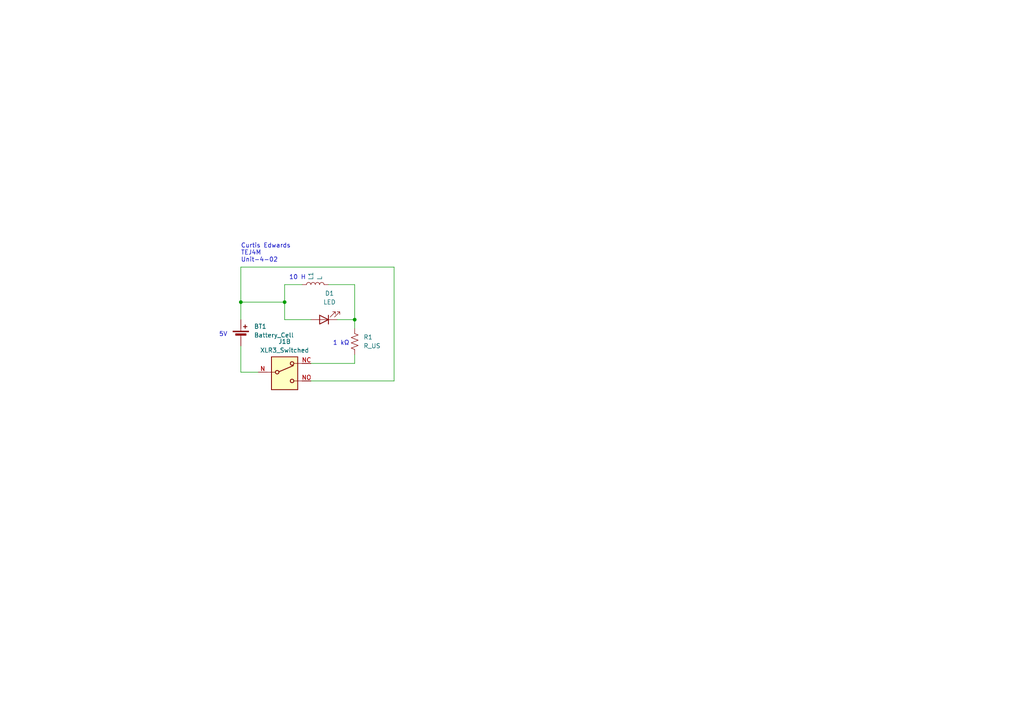
<source format=kicad_sch>
(kicad_sch (version 20230121) (generator eeschema)

  (uuid 18de756a-2ded-4819-8964-6ae8798d3850)

  (paper "A4")

  (lib_symbols
    (symbol "Connector_Audio:XLR3_Switched" (pin_names hide) (in_bom yes) (on_board yes)
      (property "Reference" "J" (at 0 8.89 0)
        (effects (font (size 1.27 1.27)))
      )
      (property "Value" "XLR3_Switched" (at 0 6.35 0)
        (effects (font (size 1.27 1.27)))
      )
      (property "Footprint" "" (at 0 2.54 0)
        (effects (font (size 1.27 1.27)) hide)
      )
      (property "Datasheet" " ~" (at 0 2.54 0)
        (effects (font (size 1.27 1.27)) hide)
      )
      (property "ki_keywords" "xlr connector" (at 0 0 0)
        (effects (font (size 1.27 1.27)) hide)
      )
      (property "ki_description" "XLR Connector, Male or Female, 3 Pins, SPDT Switch" (at 0 0 0)
        (effects (font (size 1.27 1.27)) hide)
      )
      (property "ki_fp_filters" "Jack*XLR*" (at 0 0 0)
        (effects (font (size 1.27 1.27)) hide)
      )
      (symbol "XLR3_Switched_1_1"
        (circle (center -3.556 0) (radius 1.016)
          (stroke (width 0) (type default))
          (fill (type none))
        )
        (circle (center 0 -3.556) (radius 1.016)
          (stroke (width 0) (type default))
          (fill (type none))
        )
        (polyline
          (pts
            (xy -5.08 0)
            (xy -4.572 0)
          )
          (stroke (width 0) (type default))
          (fill (type none))
        )
        (polyline
          (pts
            (xy 0 -5.08)
            (xy 0 -4.572)
          )
          (stroke (width 0) (type default))
          (fill (type none))
        )
        (polyline
          (pts
            (xy 5.08 0)
            (xy 4.572 0)
          )
          (stroke (width 0) (type default))
          (fill (type none))
        )
        (circle (center 0 0) (radius 5.08)
          (stroke (width 0) (type default))
          (fill (type background))
        )
        (circle (center 3.556 0) (radius 1.016)
          (stroke (width 0) (type default))
          (fill (type none))
        )
        (text "1" (at -3.556 1.778 0)
          (effects (font (size 1.016 1.016) bold))
        )
        (text "2" (at 3.556 1.778 0)
          (effects (font (size 1.016 1.016) bold))
        )
        (text "3" (at 0 -1.778 0)
          (effects (font (size 1.016 1.016) bold))
        )
        (pin passive line (at -7.62 0 0) (length 2.54)
          (name "~" (effects (font (size 1.27 1.27))))
          (number "1" (effects (font (size 1.27 1.27))))
        )
        (pin passive line (at 7.62 0 180) (length 2.54)
          (name "~" (effects (font (size 1.27 1.27))))
          (number "2" (effects (font (size 1.27 1.27))))
        )
        (pin passive line (at 0 -7.62 90) (length 2.54)
          (name "~" (effects (font (size 1.27 1.27))))
          (number "3" (effects (font (size 1.27 1.27))))
        )
      )
      (symbol "XLR3_Switched_2_1"
        (rectangle (start -3.81 4.445) (end 3.81 -5.08)
          (stroke (width 0.254) (type default))
          (fill (type background))
        )
        (circle (center -2.159 0) (radius 0.508)
          (stroke (width 0.254) (type default))
          (fill (type none))
        )
        (polyline
          (pts
            (xy -5.08 0)
            (xy -2.794 0)
          )
          (stroke (width 0) (type default))
          (fill (type none))
        )
        (polyline
          (pts
            (xy -1.651 0.127)
            (xy 2.54 1.905)
          )
          (stroke (width 0.254) (type default))
          (fill (type none))
        )
        (polyline
          (pts
            (xy 5.08 -2.54)
            (xy 2.794 -2.54)
          )
          (stroke (width 0) (type default))
          (fill (type none))
        )
        (polyline
          (pts
            (xy 5.08 2.54)
            (xy 2.794 2.54)
          )
          (stroke (width 0) (type default))
          (fill (type none))
        )
        (circle (center 2.159 -2.54) (radius 0.508)
          (stroke (width 0.254) (type default))
          (fill (type none))
        )
        (circle (center 2.159 2.54) (radius 0.508)
          (stroke (width 0.254) (type default))
          (fill (type none))
        )
        (pin passive line (at -7.62 0 0) (length 2.54)
          (name "~" (effects (font (size 1.27 1.27))))
          (number "N" (effects (font (size 1.27 1.27))))
        )
        (pin passive line (at 7.62 2.54 180) (length 2.54)
          (name "~" (effects (font (size 1.27 1.27))))
          (number "NC" (effects (font (size 1.27 1.27))))
        )
        (pin passive line (at 7.62 -2.54 180) (length 2.54)
          (name "~" (effects (font (size 1.27 1.27))))
          (number "NO" (effects (font (size 1.27 1.27))))
        )
      )
    )
    (symbol "Device:Battery_Cell" (pin_numbers hide) (pin_names (offset 0) hide) (in_bom yes) (on_board yes)
      (property "Reference" "BT" (at 2.54 2.54 0)
        (effects (font (size 1.27 1.27)) (justify left))
      )
      (property "Value" "Battery_Cell" (at 2.54 0 0)
        (effects (font (size 1.27 1.27)) (justify left))
      )
      (property "Footprint" "" (at 0 1.524 90)
        (effects (font (size 1.27 1.27)) hide)
      )
      (property "Datasheet" "~" (at 0 1.524 90)
        (effects (font (size 1.27 1.27)) hide)
      )
      (property "ki_keywords" "battery cell" (at 0 0 0)
        (effects (font (size 1.27 1.27)) hide)
      )
      (property "ki_description" "Single-cell battery" (at 0 0 0)
        (effects (font (size 1.27 1.27)) hide)
      )
      (symbol "Battery_Cell_0_1"
        (rectangle (start -2.286 1.778) (end 2.286 1.524)
          (stroke (width 0) (type default))
          (fill (type outline))
        )
        (rectangle (start -1.524 1.016) (end 1.524 0.508)
          (stroke (width 0) (type default))
          (fill (type outline))
        )
        (polyline
          (pts
            (xy 0 0.762)
            (xy 0 0)
          )
          (stroke (width 0) (type default))
          (fill (type none))
        )
        (polyline
          (pts
            (xy 0 1.778)
            (xy 0 2.54)
          )
          (stroke (width 0) (type default))
          (fill (type none))
        )
        (polyline
          (pts
            (xy 0.762 3.048)
            (xy 1.778 3.048)
          )
          (stroke (width 0.254) (type default))
          (fill (type none))
        )
        (polyline
          (pts
            (xy 1.27 3.556)
            (xy 1.27 2.54)
          )
          (stroke (width 0.254) (type default))
          (fill (type none))
        )
      )
      (symbol "Battery_Cell_1_1"
        (pin passive line (at 0 5.08 270) (length 2.54)
          (name "+" (effects (font (size 1.27 1.27))))
          (number "1" (effects (font (size 1.27 1.27))))
        )
        (pin passive line (at 0 -2.54 90) (length 2.54)
          (name "-" (effects (font (size 1.27 1.27))))
          (number "2" (effects (font (size 1.27 1.27))))
        )
      )
    )
    (symbol "Device:L" (pin_numbers hide) (pin_names (offset 1.016) hide) (in_bom yes) (on_board yes)
      (property "Reference" "L" (at -1.27 0 90)
        (effects (font (size 1.27 1.27)))
      )
      (property "Value" "L" (at 1.905 0 90)
        (effects (font (size 1.27 1.27)))
      )
      (property "Footprint" "" (at 0 0 0)
        (effects (font (size 1.27 1.27)) hide)
      )
      (property "Datasheet" "~" (at 0 0 0)
        (effects (font (size 1.27 1.27)) hide)
      )
      (property "ki_keywords" "inductor choke coil reactor magnetic" (at 0 0 0)
        (effects (font (size 1.27 1.27)) hide)
      )
      (property "ki_description" "Inductor" (at 0 0 0)
        (effects (font (size 1.27 1.27)) hide)
      )
      (property "ki_fp_filters" "Choke_* *Coil* Inductor_* L_*" (at 0 0 0)
        (effects (font (size 1.27 1.27)) hide)
      )
      (symbol "L_0_1"
        (arc (start 0 -2.54) (mid 0.6323 -1.905) (end 0 -1.27)
          (stroke (width 0) (type default))
          (fill (type none))
        )
        (arc (start 0 -1.27) (mid 0.6323 -0.635) (end 0 0)
          (stroke (width 0) (type default))
          (fill (type none))
        )
        (arc (start 0 0) (mid 0.6323 0.635) (end 0 1.27)
          (stroke (width 0) (type default))
          (fill (type none))
        )
        (arc (start 0 1.27) (mid 0.6323 1.905) (end 0 2.54)
          (stroke (width 0) (type default))
          (fill (type none))
        )
      )
      (symbol "L_1_1"
        (pin passive line (at 0 3.81 270) (length 1.27)
          (name "1" (effects (font (size 1.27 1.27))))
          (number "1" (effects (font (size 1.27 1.27))))
        )
        (pin passive line (at 0 -3.81 90) (length 1.27)
          (name "2" (effects (font (size 1.27 1.27))))
          (number "2" (effects (font (size 1.27 1.27))))
        )
      )
    )
    (symbol "Device:LED" (pin_numbers hide) (pin_names (offset 1.016) hide) (in_bom yes) (on_board yes)
      (property "Reference" "D" (at 0 2.54 0)
        (effects (font (size 1.27 1.27)))
      )
      (property "Value" "LED" (at 0 -2.54 0)
        (effects (font (size 1.27 1.27)))
      )
      (property "Footprint" "" (at 0 0 0)
        (effects (font (size 1.27 1.27)) hide)
      )
      (property "Datasheet" "~" (at 0 0 0)
        (effects (font (size 1.27 1.27)) hide)
      )
      (property "ki_keywords" "LED diode" (at 0 0 0)
        (effects (font (size 1.27 1.27)) hide)
      )
      (property "ki_description" "Light emitting diode" (at 0 0 0)
        (effects (font (size 1.27 1.27)) hide)
      )
      (property "ki_fp_filters" "LED* LED_SMD:* LED_THT:*" (at 0 0 0)
        (effects (font (size 1.27 1.27)) hide)
      )
      (symbol "LED_0_1"
        (polyline
          (pts
            (xy -1.27 -1.27)
            (xy -1.27 1.27)
          )
          (stroke (width 0.254) (type default))
          (fill (type none))
        )
        (polyline
          (pts
            (xy -1.27 0)
            (xy 1.27 0)
          )
          (stroke (width 0) (type default))
          (fill (type none))
        )
        (polyline
          (pts
            (xy 1.27 -1.27)
            (xy 1.27 1.27)
            (xy -1.27 0)
            (xy 1.27 -1.27)
          )
          (stroke (width 0.254) (type default))
          (fill (type none))
        )
        (polyline
          (pts
            (xy -3.048 -0.762)
            (xy -4.572 -2.286)
            (xy -3.81 -2.286)
            (xy -4.572 -2.286)
            (xy -4.572 -1.524)
          )
          (stroke (width 0) (type default))
          (fill (type none))
        )
        (polyline
          (pts
            (xy -1.778 -0.762)
            (xy -3.302 -2.286)
            (xy -2.54 -2.286)
            (xy -3.302 -2.286)
            (xy -3.302 -1.524)
          )
          (stroke (width 0) (type default))
          (fill (type none))
        )
      )
      (symbol "LED_1_1"
        (pin passive line (at -3.81 0 0) (length 2.54)
          (name "K" (effects (font (size 1.27 1.27))))
          (number "1" (effects (font (size 1.27 1.27))))
        )
        (pin passive line (at 3.81 0 180) (length 2.54)
          (name "A" (effects (font (size 1.27 1.27))))
          (number "2" (effects (font (size 1.27 1.27))))
        )
      )
    )
    (symbol "Device:R_US" (pin_numbers hide) (pin_names (offset 0)) (in_bom yes) (on_board yes)
      (property "Reference" "R" (at 2.54 0 90)
        (effects (font (size 1.27 1.27)))
      )
      (property "Value" "R_US" (at -2.54 0 90)
        (effects (font (size 1.27 1.27)))
      )
      (property "Footprint" "" (at 1.016 -0.254 90)
        (effects (font (size 1.27 1.27)) hide)
      )
      (property "Datasheet" "~" (at 0 0 0)
        (effects (font (size 1.27 1.27)) hide)
      )
      (property "ki_keywords" "R res resistor" (at 0 0 0)
        (effects (font (size 1.27 1.27)) hide)
      )
      (property "ki_description" "Resistor, US symbol" (at 0 0 0)
        (effects (font (size 1.27 1.27)) hide)
      )
      (property "ki_fp_filters" "R_*" (at 0 0 0)
        (effects (font (size 1.27 1.27)) hide)
      )
      (symbol "R_US_0_1"
        (polyline
          (pts
            (xy 0 -2.286)
            (xy 0 -2.54)
          )
          (stroke (width 0) (type default))
          (fill (type none))
        )
        (polyline
          (pts
            (xy 0 2.286)
            (xy 0 2.54)
          )
          (stroke (width 0) (type default))
          (fill (type none))
        )
        (polyline
          (pts
            (xy 0 -0.762)
            (xy 1.016 -1.143)
            (xy 0 -1.524)
            (xy -1.016 -1.905)
            (xy 0 -2.286)
          )
          (stroke (width 0) (type default))
          (fill (type none))
        )
        (polyline
          (pts
            (xy 0 0.762)
            (xy 1.016 0.381)
            (xy 0 0)
            (xy -1.016 -0.381)
            (xy 0 -0.762)
          )
          (stroke (width 0) (type default))
          (fill (type none))
        )
        (polyline
          (pts
            (xy 0 2.286)
            (xy 1.016 1.905)
            (xy 0 1.524)
            (xy -1.016 1.143)
            (xy 0 0.762)
          )
          (stroke (width 0) (type default))
          (fill (type none))
        )
      )
      (symbol "R_US_1_1"
        (pin passive line (at 0 3.81 270) (length 1.27)
          (name "~" (effects (font (size 1.27 1.27))))
          (number "1" (effects (font (size 1.27 1.27))))
        )
        (pin passive line (at 0 -3.81 90) (length 1.27)
          (name "~" (effects (font (size 1.27 1.27))))
          (number "2" (effects (font (size 1.27 1.27))))
        )
      )
    )
  )

  (junction (at 102.87 92.71) (diameter 0) (color 0 0 0 0)
    (uuid 37cef673-971a-49f1-9ed8-48f4df7f4068)
  )
  (junction (at 82.55 87.63) (diameter 0) (color 0 0 0 0)
    (uuid a9e63a47-a308-4e8d-8ff2-7bc28dd06493)
  )
  (junction (at 69.85 87.63) (diameter 0) (color 0 0 0 0)
    (uuid c9e672b5-393d-49a6-80f8-1ca772a7c3e0)
  )

  (wire (pts (xy 69.85 87.63) (xy 69.85 92.71))
    (stroke (width 0) (type default))
    (uuid 005c9319-5f8c-4992-a0e0-ba4891725d2d)
  )
  (wire (pts (xy 95.25 82.55) (xy 102.87 82.55))
    (stroke (width 0) (type default))
    (uuid 0cae4642-5eaa-4800-905b-f5fbf4329a15)
  )
  (wire (pts (xy 82.55 82.55) (xy 82.55 87.63))
    (stroke (width 0) (type default))
    (uuid 17588f3e-dd03-4023-9de7-1fbfb295a620)
  )
  (wire (pts (xy 102.87 82.55) (xy 102.87 92.71))
    (stroke (width 0) (type default))
    (uuid 3d1bfc47-6658-48c5-a1b5-d25074752fc8)
  )
  (wire (pts (xy 82.55 92.71) (xy 82.55 87.63))
    (stroke (width 0) (type default))
    (uuid 5cf7b7a9-1e3c-43a2-98e9-8d0f155cc3dc)
  )
  (wire (pts (xy 69.85 100.33) (xy 69.85 107.95))
    (stroke (width 0) (type default))
    (uuid 7a944b90-8714-461b-97b3-5f10430bc1d8)
  )
  (wire (pts (xy 69.85 87.63) (xy 82.55 87.63))
    (stroke (width 0) (type default))
    (uuid 8d61d44f-d687-4146-98eb-32ab8e6284f5)
  )
  (wire (pts (xy 90.17 110.49) (xy 114.3 110.49))
    (stroke (width 0) (type default))
    (uuid aa0d1e0d-6c27-4095-b49d-1737a4213993)
  )
  (wire (pts (xy 69.85 107.95) (xy 74.93 107.95))
    (stroke (width 0) (type default))
    (uuid b03a93d3-3b2a-43df-81ca-960587609aff)
  )
  (wire (pts (xy 114.3 110.49) (xy 114.3 77.47))
    (stroke (width 0) (type default))
    (uuid b30558ac-96f7-4497-bbb0-befebfbd67e3)
  )
  (wire (pts (xy 97.79 92.71) (xy 102.87 92.71))
    (stroke (width 0) (type default))
    (uuid b4c445c8-76a3-4b90-9dc4-543f83b69e8e)
  )
  (wire (pts (xy 90.17 105.41) (xy 102.87 105.41))
    (stroke (width 0) (type default))
    (uuid d0b3faaf-9a97-4ffe-a368-0e860b7d19d6)
  )
  (wire (pts (xy 114.3 77.47) (xy 69.85 77.47))
    (stroke (width 0) (type default))
    (uuid d9f70312-fdad-45a7-9333-54662462ca95)
  )
  (wire (pts (xy 82.55 92.71) (xy 90.17 92.71))
    (stroke (width 0) (type default))
    (uuid e10fcf3a-2bc1-4042-9c83-ada90680d0df)
  )
  (wire (pts (xy 102.87 102.87) (xy 102.87 105.41))
    (stroke (width 0) (type default))
    (uuid f1d637a5-9750-4fe4-a73d-913cb841d67d)
  )
  (wire (pts (xy 69.85 77.47) (xy 69.85 87.63))
    (stroke (width 0) (type default))
    (uuid f4742341-cd20-4204-9e0f-8188ca87a326)
  )
  (wire (pts (xy 102.87 92.71) (xy 102.87 95.25))
    (stroke (width 0) (type default))
    (uuid f9346591-e3a8-461e-a885-5857601d47ef)
  )
  (wire (pts (xy 82.55 82.55) (xy 87.63 82.55))
    (stroke (width 0) (type default))
    (uuid fe091059-8d65-44ce-b428-59c84ff3b204)
  )

  (text "Curtis Edwards\nTEJ4M\nUnit-4-02" (at 69.85 76.2 0)
    (effects (font (size 1.27 1.27)) (justify left bottom))
    (uuid 21704fde-29aa-4a55-a970-44ae2b54481f)
  )
  (text "5V" (at 63.5 97.79 0)
    (effects (font (size 1.27 1.27)) (justify left bottom))
    (uuid 501ba9f4-14f8-46df-9ee2-2daec01a446b)
  )
  (text "1 kΩ" (at 96.52 100.33 0)
    (effects (font (size 1.27 1.27)) (justify left bottom))
    (uuid a23ec542-9c1b-465e-bef0-0b437892bf4f)
  )
  (text "10 H" (at 83.82 81.28 0)
    (effects (font (size 1.27 1.27)) (justify left bottom))
    (uuid ac799a38-e513-45f3-9efa-9d3023d8f829)
  )

  (symbol (lib_id "Device:Battery_Cell") (at 69.85 97.79 0) (unit 1)
    (in_bom yes) (on_board yes) (dnp no) (fields_autoplaced)
    (uuid 0446e786-a8d1-4bfb-942c-1c7ae8a4f475)
    (property "Reference" "BT1" (at 73.66 94.6785 0)
      (effects (font (size 1.27 1.27)) (justify left))
    )
    (property "Value" "Battery_Cell" (at 73.66 97.2185 0)
      (effects (font (size 1.27 1.27)) (justify left))
    )
    (property "Footprint" "" (at 69.85 96.266 90)
      (effects (font (size 1.27 1.27)) hide)
    )
    (property "Datasheet" "~" (at 69.85 96.266 90)
      (effects (font (size 1.27 1.27)) hide)
    )
    (pin "1" (uuid 62ca495b-a452-40d8-889c-76271c65f7f1))
    (pin "2" (uuid 48111fa6-efb0-43c3-adcf-c4af398661dd))
    (instances
      (project "TestFile"
        (path "/18de756a-2ded-4819-8964-6ae8798d3850"
          (reference "BT1") (unit 1)
        )
      )
    )
  )

  (symbol (lib_id "Device:L") (at 91.44 82.55 90) (unit 1)
    (in_bom yes) (on_board yes) (dnp no)
    (uuid 5bbb1efb-d56e-4d27-9df4-943dd3990468)
    (property "Reference" "L1" (at 90.17 81.28 0)
      (effects (font (size 1.27 1.27)) (justify left))
    )
    (property "Value" "L" (at 92.71 81.28 0)
      (effects (font (size 1.27 1.27)) (justify left))
    )
    (property "Footprint" "" (at 91.44 82.55 0)
      (effects (font (size 1.27 1.27)) hide)
    )
    (property "Datasheet" "~" (at 91.44 82.55 0)
      (effects (font (size 1.27 1.27)) hide)
    )
    (pin "1" (uuid 835d0b5c-9973-4a45-a300-03c018e7e9b1))
    (pin "2" (uuid d6a01127-16bd-47a6-b4b6-b400838fd730))
    (instances
      (project "TestFile"
        (path "/18de756a-2ded-4819-8964-6ae8798d3850"
          (reference "L1") (unit 1)
        )
      )
    )
  )

  (symbol (lib_id "Device:R_US") (at 102.87 99.06 180) (unit 1)
    (in_bom yes) (on_board yes) (dnp no) (fields_autoplaced)
    (uuid 6abdc274-0f41-4875-b669-1bec76c837f3)
    (property "Reference" "R1" (at 105.41 97.79 0)
      (effects (font (size 1.27 1.27)) (justify right))
    )
    (property "Value" "R_US" (at 105.41 100.33 0)
      (effects (font (size 1.27 1.27)) (justify right))
    )
    (property "Footprint" "" (at 101.854 98.806 90)
      (effects (font (size 1.27 1.27)) hide)
    )
    (property "Datasheet" "~" (at 102.87 99.06 0)
      (effects (font (size 1.27 1.27)) hide)
    )
    (pin "1" (uuid 64a7ae5d-4795-4d12-842c-52c83cd6c162))
    (pin "2" (uuid 16e82ca7-fcb6-4f8d-ad27-15d1cdcbc3b0))
    (instances
      (project "TestFile"
        (path "/18de756a-2ded-4819-8964-6ae8798d3850"
          (reference "R1") (unit 1)
        )
      )
    )
  )

  (symbol (lib_id "Device:LED") (at 93.98 92.71 180) (unit 1)
    (in_bom yes) (on_board yes) (dnp no) (fields_autoplaced)
    (uuid 6b00c26b-2658-4a7a-b19b-a191e54a466f)
    (property "Reference" "D1" (at 95.5675 85.09 0)
      (effects (font (size 1.27 1.27)))
    )
    (property "Value" "LED" (at 95.5675 87.63 0)
      (effects (font (size 1.27 1.27)))
    )
    (property "Footprint" "" (at 93.98 92.71 0)
      (effects (font (size 1.27 1.27)) hide)
    )
    (property "Datasheet" "~" (at 93.98 92.71 0)
      (effects (font (size 1.27 1.27)) hide)
    )
    (pin "1" (uuid d439f3cc-2218-41f4-b62b-dfc98534dadb))
    (pin "2" (uuid c5f5d96d-73b7-488c-a782-15f408ce595b))
    (instances
      (project "TestFile"
        (path "/18de756a-2ded-4819-8964-6ae8798d3850"
          (reference "D1") (unit 1)
        )
      )
    )
  )

  (symbol (lib_id "Connector_Audio:XLR3_Switched") (at 82.55 107.95 0) (unit 2)
    (in_bom yes) (on_board yes) (dnp no) (fields_autoplaced)
    (uuid d2d2ae37-639b-4708-8a2b-b4c473ff13d8)
    (property "Reference" "J1" (at 82.55 99.06 0)
      (effects (font (size 1.27 1.27)))
    )
    (property "Value" "XLR3_Switched" (at 82.55 101.6 0)
      (effects (font (size 1.27 1.27)))
    )
    (property "Footprint" "" (at 82.55 105.41 0)
      (effects (font (size 1.27 1.27)) hide)
    )
    (property "Datasheet" " ~" (at 82.55 105.41 0)
      (effects (font (size 1.27 1.27)) hide)
    )
    (pin "1" (uuid 5f0a1032-437a-478b-96d3-e06b0366a794))
    (pin "2" (uuid a5ffb7bc-b60a-4c1c-93f5-e3c857c3a28b))
    (pin "3" (uuid 57c11f08-dc2f-4714-abad-e1876fe9356b))
    (pin "N" (uuid 5f9c75ce-1225-4ac9-be07-657ab8ef197d))
    (pin "NC" (uuid dad9f073-9cbf-4463-a5bb-3ccb91724e8e))
    (pin "NO" (uuid 8b67fc69-ef0f-4be2-83e9-0cf587b90b7b))
    (instances
      (project "TestFile"
        (path "/18de756a-2ded-4819-8964-6ae8798d3850"
          (reference "J1") (unit 2)
        )
      )
    )
  )

  (sheet_instances
    (path "/" (page "1"))
  )
)

</source>
